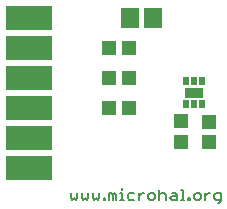
<source format=gts>
G75*
%MOIN*%
%OFA0B0*%
%FSLAX25Y25*%
%IPPOS*%
%LPD*%
%AMOC8*
5,1,8,0,0,1.08239X$1,22.5*
%
%ADD10C,0.00600*%
%ADD11R,0.05918X0.07099*%
%ADD12R,0.05052X0.04934*%
%ADD13R,0.15800X0.08400*%
%ADD14R,0.01981X0.02965*%
%ADD15R,0.06115X0.03359*%
%ADD16R,0.04737X0.05131*%
%ADD17R,0.05131X0.04737*%
D10*
X0034300Y0006667D02*
X0034867Y0006100D01*
X0035434Y0006667D01*
X0036001Y0006100D01*
X0036569Y0006667D01*
X0036569Y0008369D01*
X0037983Y0008369D02*
X0037983Y0006667D01*
X0038550Y0006100D01*
X0039117Y0006667D01*
X0039685Y0006100D01*
X0040252Y0006667D01*
X0040252Y0008369D01*
X0041666Y0008369D02*
X0041666Y0006667D01*
X0042233Y0006100D01*
X0042801Y0006667D01*
X0043368Y0006100D01*
X0043935Y0006667D01*
X0043935Y0008369D01*
X0045349Y0006667D02*
X0045917Y0006667D01*
X0045917Y0006100D01*
X0045349Y0006100D01*
X0045349Y0006667D01*
X0047191Y0006100D02*
X0047191Y0008369D01*
X0047758Y0008369D01*
X0048325Y0007801D01*
X0048892Y0008369D01*
X0049460Y0007801D01*
X0049460Y0006100D01*
X0048325Y0006100D02*
X0048325Y0007801D01*
X0050874Y0008369D02*
X0051441Y0008369D01*
X0051441Y0006100D01*
X0050874Y0006100D02*
X0052008Y0006100D01*
X0053330Y0006667D02*
X0053897Y0006100D01*
X0055598Y0006100D01*
X0057013Y0006100D02*
X0057013Y0008369D01*
X0058147Y0008369D02*
X0058714Y0008369D01*
X0058147Y0008369D02*
X0057013Y0007234D01*
X0055598Y0008369D02*
X0053897Y0008369D01*
X0053330Y0007801D01*
X0053330Y0006667D01*
X0051441Y0009503D02*
X0051441Y0010070D01*
X0060082Y0007801D02*
X0060082Y0006667D01*
X0060649Y0006100D01*
X0061783Y0006100D01*
X0062351Y0006667D01*
X0062351Y0007801D01*
X0061783Y0008369D01*
X0060649Y0008369D01*
X0060082Y0007801D01*
X0063765Y0007801D02*
X0064332Y0008369D01*
X0065467Y0008369D01*
X0066034Y0007801D01*
X0066034Y0006100D01*
X0067448Y0006667D02*
X0068015Y0006100D01*
X0069717Y0006100D01*
X0069717Y0007801D01*
X0069150Y0008369D01*
X0068015Y0008369D01*
X0068015Y0007234D02*
X0069717Y0007234D01*
X0068015Y0007234D02*
X0067448Y0006667D01*
X0063765Y0006100D02*
X0063765Y0009503D01*
X0071131Y0009503D02*
X0071699Y0009503D01*
X0071699Y0006100D01*
X0072266Y0006100D02*
X0071131Y0006100D01*
X0073587Y0006100D02*
X0074154Y0006100D01*
X0074154Y0006667D01*
X0073587Y0006667D01*
X0073587Y0006100D01*
X0075428Y0006667D02*
X0075428Y0007801D01*
X0075996Y0008369D01*
X0077130Y0008369D01*
X0077697Y0007801D01*
X0077697Y0006667D01*
X0077130Y0006100D01*
X0075996Y0006100D01*
X0075428Y0006667D01*
X0079112Y0006100D02*
X0079112Y0008369D01*
X0080246Y0008369D02*
X0080813Y0008369D01*
X0080246Y0008369D02*
X0079112Y0007234D01*
X0082181Y0006667D02*
X0082748Y0006100D01*
X0084449Y0006100D01*
X0084449Y0005533D02*
X0084449Y0008369D01*
X0082748Y0008369D01*
X0082181Y0007801D01*
X0082181Y0006667D01*
X0083882Y0004966D02*
X0084449Y0005533D01*
X0083882Y0004966D02*
X0083315Y0004966D01*
X0034300Y0006667D02*
X0034300Y0008369D01*
D11*
X0054063Y0066800D03*
X0061937Y0066800D03*
D12*
X0071000Y0032245D03*
X0071000Y0025355D03*
D13*
X0020500Y0016800D03*
X0020500Y0026800D03*
X0020500Y0036800D03*
X0020500Y0046800D03*
X0020500Y0056800D03*
X0020500Y0066800D03*
D14*
X0072941Y0045639D03*
X0075500Y0045639D03*
X0078059Y0045639D03*
X0078059Y0037961D03*
X0075500Y0037961D03*
X0072941Y0037961D03*
D15*
X0075500Y0041800D03*
D16*
X0053846Y0036800D03*
X0047154Y0036800D03*
X0047154Y0046800D03*
X0053846Y0046800D03*
X0053846Y0056800D03*
X0047154Y0056800D03*
D17*
X0080500Y0032146D03*
X0080500Y0025454D03*
M02*

</source>
